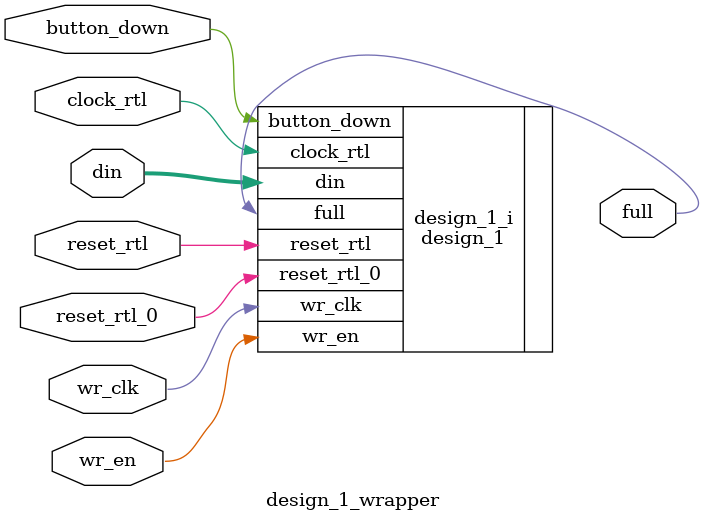
<source format=v>
`timescale 1 ps / 1 ps

module design_1_wrapper
   (button_down,
    clock_rtl,
    din,
    full,
    reset_rtl,
    reset_rtl_0,
    wr_clk,
    wr_en);
  input button_down;
  input clock_rtl;
  input [16:0]din;
  output full;
  input reset_rtl;
  input reset_rtl_0;
  input wr_clk;
  input wr_en;

  wire button_down;
  wire clock_rtl;
  wire [16:0]din;
  wire full;
  wire reset_rtl;
  wire reset_rtl_0;
  wire wr_clk;
  wire wr_en;

design_1 design_1_i
       (.button_down(button_down),
        .clock_rtl(clock_rtl),
        .din(din),
        .full(full),
        .reset_rtl(reset_rtl),
        .reset_rtl_0(reset_rtl_0),
        .wr_clk(wr_clk),
        .wr_en(wr_en));
endmodule

</source>
